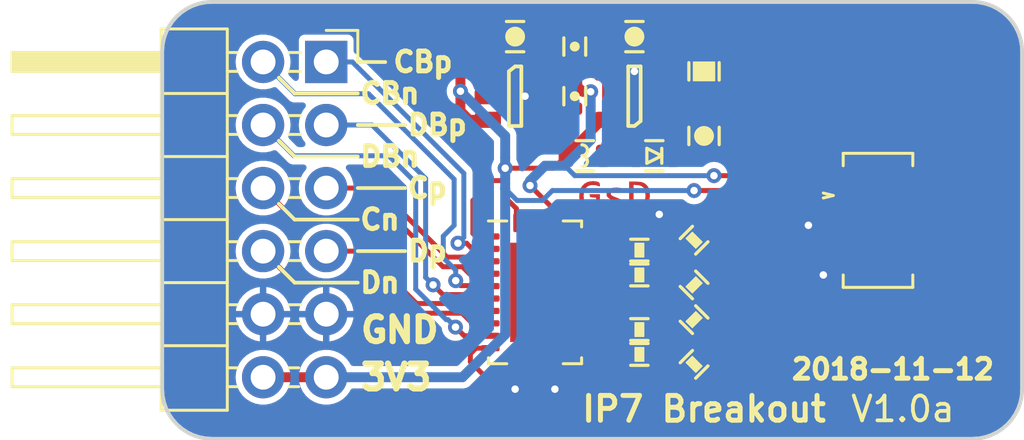
<source format=kicad_pcb>
(kicad_pcb (version 20221018) (generator pcbnew)
  (title_block (title "iCEBreaker PMOD - ipod 7 nano MIPI display") (date "2018-11-04") (rev "V1.0a") (company "GsD") (comment 1 "2018 (C) Greg Davill<greg.davill@gmail.com>") (comment 3 "License: CC-BY-SA 4.0"))
  (layers (0 "F.Cu" signal) (31 "B.Cu" signal) (34 "B.Paste" user) (35 "F.Paste" user) (36 "B.SilkS" user "B.Silkscreen") (37 "F.SilkS" user "F.Silkscreen") (38 "B.Mask" user) (39 "F.Mask" user) (44 "Edge.Cuts" user))
  (net 0 "")
  (net 1 "GND")
  (net 2 "+3V3")
  (net 3 "/DAT_BIAS_P")
  (net 4 "/DAT_BIAS_N")
  (net 5 "/CLK_BIAS_N")
  (net 6 "/CLK_BIAS_P")
  (net 7 "/CLK_N")
  (net 8 "/CLK_P")
  (net 9 "/D0_N")
  (net 10 "/D0_P")
  (net 11 "/LED+")
  (net 12 "Net-(D1-Pad2)")
  (net 13 "+1V8")
  (net 14 "/SYNC")
  (net 15 "Net-(U3-Pad4)")
  (net 16 "/LED-")
  (net 17 "/_DAT_BIAS_P")
  (net 18 "/_DAT_BIAS_N")
  (net 19 "/_CLK_BIAS_N")
  (net 20 "/_CLK_BIAS_P")
  (net 21 "/_D0_N")
  (net 22 "/_D0_P")
  (net 23 "/_CLK_N")
  (net 24 "/_CLK_P")
  (net 25 "/LCD_CLK_P")
  (net 26 "/LCD_CLK_N")
  (net 27 "/LCD_D0_P")
  (net 28 "/LCD_D0_N")
  (footprint "pkl_connectors:PMODHeader_2x06_P2.54mm_Horizontal" (layer "F.Cu") (at 44 38.92 180)
    (fp_text reference "J4")
    (fp_text value "PMOD")
    (pad "1" thru_hole rect (at 0 12.7 180) (size 1.7 1.7) (drill 1) (layers "*.Cu" "*.Mask") (net 20 "/_CLK_BIAS_P"))
    (pad "2" thru_hole oval (at 0 10.16 180) (size 1.7 1.7) (drill 1) (layers "*.Cu" "*.Mask") (net 17 "/_DAT_BIAS_P"))
    (pad "3" thru_hole oval (at 0 7.62 180) (size 1.7 1.7) (drill 1) (layers "*.Cu" "*.Mask") (net 24 "/_CLK_P"))
    (pad "4" thru_hole oval (at 0 5.08 180) (size 1.7 1.7) (drill 1) (layers "*.Cu" "*.Mask") (net 22 "/_D0_P"))
    (pad "5" thru_hole oval (at 0 2.54 180) (size 1.7 1.7) (drill 1) (layers "*.Cu" "*.Mask") (net 1 "GND"))
    (pad "6" thru_hole circle (at 0 0 180) (size 1.7 1.7) (drill 1) (layers "*.Cu" "*.Mask") (net 2 "+3V3"))
    (pad "7" thru_hole circle (at 2.54 12.7 180) (size 1.7 1.7) (drill 1) (layers "*.Cu" "*.Mask") (net 19 "/_CLK_BIAS_N"))
    (pad "8" thru_hole oval (at 2.54 10.16 180) (size 1.7 1.7) (drill 1) (layers "*.Cu" "*.Mask") (net 18 "/_DAT_BIAS_N"))
    (pad "9" thru_hole oval (at 2.54 7.62 180) (size 1.7 1.7) (drill 1) (layers "*.Cu" "*.Mask") (net 23 "/_CLK_N"))
    (pad "10" thru_hole oval (at 2.54 5.08 180) (size 1.7 1.7) (drill 1) (layers "*.Cu" "*.Mask") (net 21 "/_D0_N"))
    (pad "11" thru_hole oval (at 2.54 2.54 180) (size 1.7 1.7) (drill 1) (layers "*.Cu" "*.Mask") (net 1 "GND"))
    (pad "12" thru_hole oval (at 2.54 0 180) (size 1.7 1.7) (drill 1) (layers "*.Cu" "*.Mask") (net 2 "+3V3"))
  )
  (footprint "pkl_dipol:C_0603" (layer "F.Cu") (at 56.4 25.2)
    (fp_text reference "C2")
    (fp_text value "10u")
    (pad "1" smd roundrect (at -0.75 0) (size 0.6 0.9) (layers "F.Cu" "F.Paste" "F.Mask") (net 2 "+3V3"))
    (pad "2" smd roundrect (at 0.75 0) (size 0.6 0.9) (layers "F.Cu" "F.Paste" "F.Mask") (net 1 "GND"))
  )
  (footprint "pkl_dipol:C_0402" (layer "F.Cu") (at 54 25.6 90)
    (fp_text reference "C6")
    (fp_text value "100n")
    (pad "1" smd roundrect (at -0.5 0 90) (size 0.5 0.6) (layers "F.Cu" "F.Paste" "F.Mask") (net 2 "+3V3"))
    (pad "2" smd roundrect (at 0.5 0 90) (size 0.5 0.6) (layers "F.Cu" "F.Paste" "F.Mask") (net 1 "GND"))
  )
  (footprint "pkl_dipol:C_0603" (layer "F.Cu") (at 59.2 29.2 90)
    (fp_text reference "C7")
    (fp_text value "1u")
    (pad "1" smd roundrect (at -0.75 0 90) (size 0.6 0.9) (layers "F.Cu" "F.Paste" "F.Mask") (net 11 "/LED+"))
    (pad "2" smd roundrect (at 0.75 0 90) (size 0.6 0.9) (layers "F.Cu" "F.Paste" "F.Mask") (net 1 "GND"))
  )
  (footprint "pkl_dipol:D_0603" (layer "F.Cu") (at 57.2 30 180)
    (fp_text reference "D1")
    (fp_text value "SS14")
    (pad "1" smd roundrect (at -0.75 0) (size 0.6 0.9) (layers "F.Cu" "F.Paste" "F.Mask") (net 11 "/LED+"))
    (pad "2" smd roundrect (at 0.75 0) (size 0.6 0.9) (layers "F.Cu" "F.Paste" "F.Mask") (net 12 "Net-(D1-Pad2)"))
  )
  (footprint "pkl_dipol:L_0603" (layer "F.Cu") (at 54.4 30 180)
    (fp_text reference "L2")
    (fp_text value "10uH")
    (pad "1" smd roundrect (at -0.75 0 180) (size 0.6 0.9) (layers "F.Cu" "F.Paste" "F.Mask") (net 12 "Net-(D1-Pad2)"))
    (pad "2" smd roundrect (at 0.75 0 180) (size 0.6 0.9) (layers "F.Cu" "F.Paste" "F.Mask") (net 2 "+3V3"))
  )
  (footprint "pkl_dipol:R_0603" (layer "F.Cu") (at 59.2 26.600001 -90)
    (fp_text reference "R26")
    (fp_text value "--")
    (pad "1" smd roundrect (at -0.75 0 270) (size 0.6 0.9) (layers "F.Cu" "F.Paste" "F.Mask") (net 16 "/LED-"))
    (pad "2" smd roundrect (at 0.75 0 270) (size 0.6 0.9) (layers "F.Cu" "F.Paste" "F.Mask") (net 1 "GND"))
  )
  (footprint "pkl_housings_sot:SOT-23-5" (layer "F.Cu") (at 56.4 27.599999)
    (fp_text reference "U5")
    (fp_text value "FAN5333A")
    (pad "1" smd roundrect (at 1.1 0.95 180) (size 1.06 0.65) (layers "F.Cu" "F.Paste" "F.Mask") (net 12 "Net-(D1-Pad2)"))
    (pad "2" smd roundrect (at 1.1 0 180) (size 1.06 0.65) (layers "F.Cu" "F.Paste" "F.Mask") (net 1 "GND"))
    (pad "3" smd roundrect (at 1.1 -0.95 180) (size 1.06 0.65) (layers "F.Cu" "F.Paste" "F.Mask") (net 16 "/LED-"))
    (pad "4" smd roundrect (at -1.1 -0.95 180) (size 1.06 0.65) (layers "F.Cu" "F.Paste" "F.Mask") (net 2 "+3V3"))
    (pad "5" smd roundrect (at -1.1 0.95 180) (size 1.06 0.65) (layers "F.Cu" "F.Paste" "F.Mask") (net 2 "+3V3"))
  )
  (footprint "pkl_housings_sot:SOT-23-5" (layer "F.Cu") (at 51.6 27.6 180)
    (fp_text reference "U3")
    (fp_text value "1V8")
    (pad "1" smd roundrect (at 1.1 0.95) (size 1.06 0.65) (layers "F.Cu" "F.Paste" "F.Mask") (net 2 "+3V3"))
    (pad "2" smd roundrect (at 1.1 0) (size 1.06 0.65) (layers "F.Cu" "F.Paste" "F.Mask") (net 1 "GND"))
    (pad "3" smd roundrect (at 1.1 -0.95) (size 1.06 0.65) (layers "F.Cu" "F.Paste" "F.Mask") (net 2 "+3V3"))
    (pad "4" smd roundrect (at -1.1 -0.95) (size 1.06 0.65) (layers "F.Cu" "F.Paste" "F.Mask") (net 15 "Net-(U3-Pad4)"))
    (pad "5" smd roundrect (at -1.1 0.95) (size 1.06 0.65) (layers "F.Cu" "F.Paste" "F.Mask") (net 13 "+1V8"))
  )
  (footprint "LOGO" (layer "F.Cu") (at 55.6 31.7)
    (fp_text reference "G***" hide)
    (fp_text value "LOGO" hide)
    (fp_poly (pts (xy 0.809625 -0.656049) (xy 0.948894 -0.652824) (xy 1.055352 -0.641742) (xy 1.138164 -0.620435) (xy 1.206496 -0.586535) (xy 1.269512 -0.537672) (xy 1.270237 -0.537018) (xy 1.340037 -0.45732) (xy 1.386054 -0.362298) (xy 1.410458 -0.244688) (xy 1.415419 -0.097228) (xy 1.413931 -0.056017) (xy 1.39408 0.106816) (xy 1.349894 0.237949) (xy 1.279148 0.339287) (xy 1.179619 0.412731) (xy 1.049083 0.460187) (xy 0.885316 0.483556) (xy 0.779803 0.486833) (xy 0.592667 0.486833) (xy 0.592667 0.338667) (xy 0.762 0.338667) (xy 0.884039 0.338667) (xy 0.998972 0.327347) (xy 1.079303 0.299395) (xy 1.160578 0.233792) (xy 1.215228 0.137724) (xy 1.243868 0.009786) (xy 1.248834 -0.087568) (xy 1.23982 -0.236059) (xy 1.21085 -0.349515) (xy 1.159033 -0.431642) (xy 1.081476 -0.486148) (xy 0.975288 -0.516738) (xy 0.908005 -0.524408) (xy 0.762 -0.534855) (xy 0.762 0.338667) (xy 0.592667 0.338667) (xy 0.592667 -0.656167) (xy 0.809625 -0.656049)) (stroke (width 0.01)) (fill solid) (layer "F.Cu"))
    (fp_poly (pts (xy -0.729586 -0.662399) (xy -0.677333 -0.647505) (xy -0.626418 -0.62313) (xy -0.603622 -0.588205) (xy -0.59668 -0.543282) (xy -0.593267 -0.492195) (xy -0.600915 -0.471095) (xy -0.629252 -0.474961) (xy -0.684652 -0.497417) (xy -0.793084 -0.52487) (xy -0.911313 -0.52619) (xy -1.021487 -0.502134) (xy -1.067329 -0.481194) (xy -1.152001 -0.414193) (xy -1.209167 -0.323118) (xy -1.240724 -0.203739) (xy -1.248833 -0.077437) (xy -1.235812 0.076285) (xy -1.196686 0.196724) (xy -1.131367 0.283993) (xy -1.039764 0.338206) (xy -0.921786 0.359477) (xy -0.902158 0.359833) (xy -0.827591 0.358133) (xy -0.78048 0.347764) (xy -0.754524 0.320825) (xy -0.743421 0.269416) (xy -0.740872 0.185636) (xy -0.740833 0.157542) (xy -0.740833 -0.019054) (xy -0.862541 -0.025402) (xy -0.931356 -0.030401) (xy -0.968596 -0.039801) (xy -0.985008 -0.059004) (xy -0.990947 -0.089958) (xy -0.997645 -0.148167) (xy -0.592666 -0.148167) (xy -0.592666 0.440359) (xy -0.661458 0.46483) (xy -0.746414 0.485276) (xy -0.850823 0.496713) (xy -0.957542 0.498477) (xy -1.049423 0.489902) (xy -1.085247 0.481267) (xy -1.208581 0.422253) (xy -1.302342 0.335079) (xy -1.367447 0.218338) (xy -1.404808 0.070623) (xy -1.413852 -0.024121) (xy -1.40885 -0.20249) (xy -1.373738 -0.351868) (xy -1.307754 -0.47377) (xy -1.210142 -0.569709) (xy -1.111404 -0.627564) (xy -0.992941 -0.664104) (xy -0.859141 -0.676016) (xy -0.729586 -0.662399)) (stroke (width 0.01)) (fill solid) (layer "F.Cu"))
    (fp_poly (pts (xy 0.162577 -0.408638) (xy 0.231651 -0.397665) (xy 0.269226 -0.38476) (xy 0.285863 -0.363181) (xy 0.292122 -0.326181) (xy 0.292151 -0.325883) (xy 0.298552 -0.260216) (xy 0.140244 -0.270375) (xy 0.023554 -0.274289) (xy -0.058453 -0.267638) (xy -0.112413 -0.249068) (xy -0.144962 -0.217221) (xy -0.1483 -0.211417) (xy -0.159408 -0.158528) (xy -0.131713 -0.111118) (xy -0.063856 -0.06759) (xy -0.005378 -0.043426) (xy 0.120986 0.004376) (xy 0.212326 0.044812) (xy 0.274186 0.082617) (xy 0.312111 0.122522) (xy 0.331646 0.16926) (xy 0.338334 0.227561) (xy 0.338667 0.250217) (xy 0.332061 0.319458) (xy 0.306108 0.369754) (xy 0.275785 0.401589) (xy 0.193201 0.454029) (xy 0.081845 0.489442) (xy -0.047579 0.506087) (xy -0.184364 0.50222) (xy -0.264583 0.489528) (xy -0.310364 0.472303) (xy -0.330277 0.436937) (xy -0.334784 0.40645) (xy -0.341485 0.336834) (xy -0.228951 0.353625) (xy -0.077646 0.369325) (xy 0.038464 0.366191) (xy 0.11832 0.344321) (xy 0.151534 0.318598) (xy 0.179753 0.277874) (xy 0.1905 0.251655) (xy 0.170586 0.212403) (xy 0.114686 0.169922) (xy 0.028559 0.127998) (xy -0.031142 0.106035) (xy -0.115912 0.072019) (xy -0.195079 0.030549) (xy -0.245396 -0.004577) (xy -0.292577 -0.05312) (xy -0.313312 -0.100997) (xy -0.3175 -0.159315) (xy -0.298442 -0.24985) (xy -0.244324 -0.323152) (xy -0.159727 -0.376842) (xy -0.04923 -0.40854) (xy 0.082583 -0.415868) (xy 0.162577 -0.408638)) (stroke (width 0.01)) (fill solid) (layer "F.Cu"))
  )
  (footprint "pkl_dipol:R_0402" (layer "F.Cu") (at 58.8 36.6 135)
    (fp_text reference "R15")
    (fp_text value "47R")
    (pad "1" smd roundrect (at -0.499999 0 135) (size 0.5 0.6) (layers "F.Cu" "F.Paste" "F.Mask") (net 27 "/LCD_D0_P"))
    (pad "2" smd roundrect (at 0.499999 0 135) (size 0.5 0.6) (layers "F.Cu" "F.Paste" "F.Mask") (net 3 "/DAT_BIAS_P"))
  )
  (footprint "pkl_dipol:R_0402" (layer "F.Cu") (at 56.6 38 180)
    (fp_text reference "R4")
    (fp_text value "220R")
    (pad "1" smd roundrect (at -0.5 0 180) (size 0.5 0.6) (layers "F.Cu" "F.Paste" "F.Mask") (net 28 "/LCD_D0_N"))
    (pad "2" smd roundrect (at 0.5 0 180) (size 0.5 0.6) (layers "F.Cu" "F.Paste" "F.Mask") (net 9 "/D0_N"))
  )
  (footprint "pkl_dipol:R_0402" (layer "F.Cu") (at 58.8 38.4 -135)
    (fp_text reference "R16")
    (fp_text value "47R")
    (pad "1" smd roundrect (at -0.499999 0 225) (size 0.5 0.6) (layers "F.Cu" "F.Paste" "F.Mask") (net 28 "/LCD_D0_N"))
    (pad "2" smd roundrect (at 0.499999 0 225) (size 0.5 0.6) (layers "F.Cu" "F.Paste" "F.Mask") (net 4 "/DAT_BIAS_N"))
  )
  (footprint "pkl_dipol:R_0402" (layer "F.Cu") (at 56.6 37 180)
    (fp_text reference "R3")
    (fp_text value "220R")
    (pad "1" smd roundrect (at -0.5 0 180) (size 0.5 0.6) (layers "F.Cu" "F.Paste" "F.Mask") (net 27 "/LCD_D0_P"))
    (pad "2" smd roundrect (at 0.5 0 180) (size 0.5 0.6) (layers "F.Cu" "F.Paste" "F.Mask") (net 10 "/D0_P"))
  )
  (footprint "pkl_dipol:R_0402" (layer "F.Cu") (at 58.8 35.2 -45)
    (fp_text reference "R12")
    (fp_text value "47R")
    (pad "1" smd roundrect (at -0.499999 0 315) (size 0.5 0.6) (layers "F.Cu" "F.Paste" "F.Mask") (net 26 "/LCD_CLK_N"))
    (pad "2" smd roundrect (at 0.499999 0 315) (size 0.5 0.6) (layers "F.Cu" "F.Paste" "F.Mask") (net 5 "/CLK_BIAS_N"))
  )
  (footprint "pkl_dipol:R_0402" (layer "F.Cu") (at 58.799999 33.4 45)
    (fp_text reference "R11")
    (fp_text value "47R")
    (pad "1" smd roundrect (at -0.499999 0 45) (size 0.5 0.6) (layers "F.Cu" "F.Paste" "F.Mask") (net 25 "/LCD_CLK_P"))
    (pad "2" smd roundrect (at 0.499999 0 45) (size 0.5 0.6) (layers "F.Cu" "F.Paste" "F.Mask") (net 6 "/CLK_BIAS_P"))
  )
  (footprint "pkl_dipol:R_0402" (layer "F.Cu") (at 56.6 33.8 180)
    (fp_text reference "R5")
    (fp_text value "220R")
    (pad "1" smd roundrect (at -0.5 0 180) (size 0.5 0.6) (layers "F.Cu" "F.Paste" "F.Mask") (net 25 "/LCD_CLK_P"))
    (pad "2" smd roundrect (at 0.5 0 180) (size 0.5 0.6) (layers "F.Cu" "F.Paste" "F.Mask") (net 8 "/CLK_P"))
  )
  (footprint "pkl_dipol:R_0402" (layer "F.Cu") (at 56.6 34.8 180)
    (fp_text reference "R6")
    (fp_text value "220R")
    (pad "1" smd roundrect (at -0.5 0 180) (size 0.5 0.6) (layers "F.Cu" "F.Paste" "F.Mask") (net 26 "/LCD_CLK_N"))
    (pad "2" smd roundrect (at 0.5 0 180) (size 0.5 0.6) (layers "F.Cu" "F.Paste" "F.Mask") (net 7 "/CLK_N"))
  )
  (footprint "Molex_SlimStack-502430-1410_2x07_P0.4mm_Vertical" (layer "F.Cu") (at 66.2 32.6 -90)
    (fp_text reference "J1" (at 0 -2.39 270) (layer "F.SilkS") (effects (font (size 0 0))))
    (fp_text value "Molex 503548-1220")
    (pad "1" smd rect (at -1 1.235 270) (size 0.22 0.66) (layers "F.Cu" "F.Paste" "F.Mask") (net 25 "/LCD_CLK_P"))
    (pad "2" smd rect (at -1 -1.235 270) (size 0.22 0.66) (layers "F.Cu" "F.Paste" "F.Mask") (net 13 "+1V8"))
    (pad "3" smd rect (at -0.6 1.235 270) (size 0.22 0.66) (layers "F.Cu" "F.Paste" "F.Mask") (net 26 "/LCD_CLK_N"))
    (pad "4" smd rect (at -0.6 -1.235 270) (size 0.22 0.66) (layers "F.Cu" "F.Paste" "F.Mask") (net 13 "+1V8"))
    (pad "5" smd rect (at -0.2 1.235 270) (size 0.22 0.66) (layers "F.Cu" "F.Paste" "F.Mask") (net 1 "GND"))
    (pad "6" smd rect (at -0.2 -1.235 270) (size 0.22 0.66) (layers "F.Cu" "F.Paste" "F.Mask") (net 14 "/SYNC"))
    (pad "7" smd rect (at 0.2 1.235 270) (size 0.22 0.66) (layers "F.Cu" "F.Paste" "F.Mask") (net 27 "/LCD_D0_P"))
    (pad "8" smd rect (at 0.2 -1.235 270) (size 0.22 0.66) (layers "F.Cu" "F.Paste" "F.Mask") (net 11 "/LED+"))
    (pad "9" smd rect (at 0.6 1.235 270) (size 0.22 0.66) (layers "F.Cu" "F.Paste" "F.Mask") (net 28 "/LCD_D0_N"))
    (pad "10" smd rect (at 0.6 -1.235 270) (size 0.22 0.66) (layers "F.Cu" "F.Paste" "F.Mask") (net 16 "/LED-"))
    (pad "11" smd rect (at 1 1.235 270) (size 0.22 0.66) (layers "F.Cu" "F.Paste" "F.Mask") (net 1 "GND"))
    (pad "12" smd rect (at 1 -1.235 270) (size 0.22 0.66) (layers "F.Cu" "F.Paste" "F.Mask") (net 2 "+3V3"))
    (pad "13" smd rect (at -1.74 -1.195 270) (size 0.5 0.47) (layers "F.Cu" "F.Paste" "F.Mask"))
    (pad "13" smd rect (at -1.74 1.195 270) (size 0.5 0.47) (layers "F.Cu" "F.Paste" "F.Mask"))
    (pad "13" smd rect (at 1.74 -1.195 270) (size 0.5 0.47) (layers "F.Cu" "F.Paste" "F.Mask"))
    (pad "13" smd rect (at 1.74 1.195 270) (size 0.5 0.47) (layers "F.Cu" "F.Paste" "F.Mask"))
  )
  (footprint "pkl_dipol:C_0603" (layer "F.Cu") (at 51.6 25.2)
    (fp_text reference "C1")
    (fp_text value "10u")
    (pad "1" smd roundrect (at -0.75 0) (size 0.6 0.9) (layers "F.Cu" "F.Paste" "F.Mask") (net 2 "+3V3"))
    (pad "2" smd roundrect (at 0.75 0) (size 0.6 0.9) (layers "F.Cu" "F.Paste" "F.Mask") (net 1 "GND"))
  )
  (footprint "pkl_dipol:C_0402" (layer "F.Cu") (at 54 27.6 -90)
    (fp_text reference "C8")
    (fp_text value "100n")
    (pad "1" smd roundrect (at -0.5 0 270) (size 0.5 0.6) (layers "F.Cu" "F.Paste" "F.Mask") (net 13 "+1V8"))
    (pad "2" smd roundrect (at 0.5 0 270) (size 0.5 0.6) (layers "F.Cu" "F.Paste" "F.Mask") (net 1 "GND"))
  )
  (footprint "pkl_housings_dfn_qfn:DHVQFN-24-1EP_5.5x3.5mm_P0.5mm" (layer "F.Cu") (at 52.4 35.5)
    (fp_text reference "U1" (at 0 -4.175) (layer "F.SilkS") (effects (font (size 0 0))))
    (fp_text value "74LVC4245A")
    (pad "1" smd roundrect (at -0.75 -2.8 90) (size 0.75 0.25) (layers "F.Cu" "F.Paste" "F.Mask") (net 2 "+3V3"))
    (pad "2" smd roundrect (at -1.8 -2.25) (size 0.75 0.25) (layers "F.Cu" "F.Paste" "F.Mask") (net 2 "+3V3"))
    (pad "3" smd roundrect (at -1.8 -1.75) (size 0.75 0.25) (layers "F.Cu" "F.Paste" "F.Mask") (net 20 "/_CLK_BIAS_P"))
    (pad "4" smd roundrect (at -1.8 -1.25) (size 0.75 0.25) (layers "F.Cu" "F.Paste" "F.Mask") (net 24 "/_CLK_P"))
    (pad "5" smd roundrect (at -1.8 -0.75) (size 0.75 0.25) (layers "F.Cu" "F.Paste" "F.Mask") (net 23 "/_CLK_N"))
    (pad "6" smd roundrect (at -1.8 -0.25) (size 0.75 0.25) (layers "F.Cu" "F.Paste" "F.Mask") (net 19 "/_CLK_BIAS_N"))
    (pad "7" smd roundrect (at -1.8 0.25) (size 0.75 0.25) (layers "F.Cu" "F.Paste" "F.Mask") (net 17 "/_DAT_BIAS_P"))
    (pad "8" smd roundrect (at -1.8 0.75) (size 0.75 0.25) (layers "F.Cu" "F.Paste" "F.Mask") (net 22 "/_D0_P"))
    (pad "9" smd roundrect (at -1.8 1.25) (size 0.75 0.25) (layers "F.Cu" "F.Paste" "F.Mask") (net 21 "/_D0_N"))
    (pad "10" smd roundrect (at -1.8 1.75) (size 0.75 0.25) (layers "F.Cu" "F.Paste" "F.Mask") (net 18 "/_DAT_BIAS_N"))
    (pad "11" smd roundrect (at -1.8 2.25) (size 0.75 0.25) (layers "F.Cu" "F.Paste" "F.Mask") (net 1 "GND"))
    (pad "12" smd roundrect (at -0.75 2.8 90) (size 0.75 0.25) (layers "F.Cu" "F.Paste" "F.Mask") (net 1 "GND"))
    (pad "13" smd roundrect (at 0.75 2.8 90) (size 0.75 0.25) (layers "F.Cu" "F.Paste" "F.Mask") (net 1 "GND"))
    (pad "14" smd roundrect (at 1.8 2.25) (size 0.75 0.25) (layers "F.Cu" "F.Paste" "F.Mask") (net 4 "/DAT_BIAS_N"))
    (pad "15" smd roundrect (at 1.8 1.75) (size 0.75 0.25) (layers "F.Cu" "F.Paste" "F.Mask") (net 9 "/D0_N"))
    (pad "16" smd roundrect (at 1.8 1.25) (size 0.75 0.25) (layers "F.Cu" "F.Paste" "F.Mask") (net 10 "/D0_P"))
    (pad "17" smd roundrect (at 1.8 0.75) (size 0.75 0.25) (layers "F.Cu" "F.Paste" "F.Mask") (net 3 "/DAT_BIAS_P"))
    (pad "18" smd roundrect (at 1.8 0.25) (size 0.75 0.25) (layers "F.Cu" "F.Paste" "F.Mask") (net 5 "/CLK_BIAS_N"))
    (pad "19" smd roundrect (at 1.8 -0.25) (size 0.75 0.25) (layers "F.Cu" "F.Paste" "F.Mask") (net 7 "/CLK_N"))
    (pad "20" smd roundrect (at 1.8 -0.75) (size 0.75 0.25) (layers "F.Cu" "F.Paste" "F.Mask") (net 8 "/CLK_P"))
    (pad "21" smd roundrect (at 1.8 -1.25) (size 0.75 0.25) (layers "F.Cu" "F.Paste" "F.Mask") (net 6 "/CLK_BIAS_P"))
    (pad "22" smd roundrect (at 1.8 -1.75) (size 0.75 0.25) (layers "F.Cu" "F.Paste" "F.Mask") (net 1 "GND"))
    (pad "23" smd roundrect (at 1.8 -2.25) (size 0.75 0.25) (layers "F.Cu" "F.Paste" "F.Mask") (net 13 "+1V8"))
    (pad "24" smd roundrect (at 0.75 -2.8 90) (size 0.75 0.25) (layers "F.Cu" "F.Paste" "F.Mask") (net 13 "+1V8"))
    (pad "25" smd rect (at 0 0) (size 2 4) (layers "F.Cu" "F.Mask") (net 1 "GND"))
  )
  (gr_line (start 45.27 31.3) (end 47.175 31.3) (stroke (width 0.15)) (layer "F.SilkS"))
  (gr_line (start 42.73 27.49) (end 45.27 27.49) (stroke (width 0.15)) (layer "F.SilkS"))
  (gr_line (start 42.095 29.395) (end 42.73 30.03) (stroke (width 0.15)) (layer "F.SilkS"))
  (gr_line (start 42.095 34.475) (end 42.73 35.11) (stroke (width 0.15)) (layer "F.SilkS"))
  (gr_line (start 42.73 32.57) (end 45.27 32.57) (stroke (width 0.15)) (layer "F.SilkS"))
  (gr_line (start 42.73 30.03) (end 45.27 30.03) (stroke (width 0.15)) (layer "F.SilkS"))
  (gr_line (start 45.27 26.22) (end 46.375 26.225) (stroke (width 0.15)) (layer "F.SilkS"))
  (gr_line (start 42.095 31.935) (end 42.73 32.57) (stroke (width 0.15)) (layer "F.SilkS"))
  (gr_line (start 45.27 33.84) (end 47.175 33.84) (stroke (width 0.15)) (layer "F.SilkS"))
  (gr_line (start 45.27 28.76) (end 47.175 28.76) (stroke (width 0.15)) (layer "F.SilkS"))
  (gr_line (start 42.73 35.11) (end 45.27 35.11) (stroke (width 0.15)) (layer "F.SilkS"))
  (gr_line (start 42.095 26.855) (end 42.73 27.49) (stroke (width 0.15)) (layer "F.SilkS"))
  (gr_line (start 72 25.8) (end 72 39.4) (stroke (width 0.15)) (layer "Edge.Cuts"))
  (gr_arc (start 72 39.4) (mid 71.414214 40.814214) (end 70 41.4) (stroke (width 0.15)) (layer "Edge.Cuts"))
  (gr_line (start 48 41.4) (end 39.4 41.4) (stroke (width 0.15)) (layer "Edge.Cuts"))
  (gr_arc (start 70 23.8) (mid 71.414214 24.385786) (end 72 25.8) (stroke (width 0.15)) (layer "Edge.Cuts"))
  (gr_arc (start 37.4 25.8) (mid 37.985786 24.385786) (end 39.4 23.8) (stroke (width 0.15)) (layer "Edge.Cuts"))
  (gr_arc (start 39.4 41.4) (mid 37.985786 40.814214) (end 37.4 39.4) (stroke (width 0.15)) (layer "Edge.Cuts"))
  (gr_line (start 48 41.4) (end 70 41.4) (stroke (width 0.15)) (layer "Edge.Cuts"))
  (gr_line (start 37.4 39.4) (end 37.4 25.8) (stroke (width 0.15)) (layer "Edge.Cuts"))
  (gr_line (start 39.4 23.8) (end 70 23.8) (stroke (width 0.15)) (layer "Edge.Cuts"))
  (gr_text "V1.0a" (at 67.2 40.2) (layer "F.SilkS") (effects (font (size 1 1))))
  (gr_text "CBp" (at 46.6 26.22) (layer "F.SilkS") (effects (font (size 0.8 0.8) (thickness 0.2)) (justify left)))
  (gr_text "CBn" (at 45.27 27.49) (layer "F.SilkS") (effects (font (size 0.8 0.8) (thickness 0.2)) (justify left)))
  (gr_text "DBp\n" (at 47.175 28.76) (layer "F.SilkS") (effects (font (size 0.8 0.8) (thickness 0.2)) (justify left)))
  (gr_text "DBn" (at 45.27 30.03) (layer "F.SilkS") (effects (font (size 0.8 0.8) (thickness 0.2)) (justify left)))
  (gr_text "Cp" (at 47.175 31.3) (layer "F.SilkS") (effects (font (size 0.8 0.8) (thickness 0.2)) (justify left)))
  (gr_text "Cn" (at 45.27 32.57) (layer "F.SilkS") (effects (font (size 0.8 0.8) (thickness 0.2)) (justify left)))
  (gr_text "3V3" (at 45.27 38.92) (layer "F.SilkS") (effects (font (size 1 1) (thickness 0.25)) (justify left)))
  (gr_text "GND" (at 45.27 37.015) (layer "F.SilkS") (effects (font (size 1 1) (thickness 0.25)) (justify left)))
  (gr_text "Dp" (at 47.175 33.84) (layer "F.SilkS") (effects (font (size 0.8 0.8) (thickness 0.2)) (justify left)))
  (gr_text "Dn" (at 45.27 35.11) (layer "F.SilkS") (effects (font (size 0.8 0.8) (thickness 0.2)) (justify left)))
  (gr_text "2018-11-12" (at 66.8 38.6) (layer "F.SilkS") (effects (font (size 0.8 0.8) (thickness 0.2))))
  (gr_text "IP7 Breakout" (at 59.2 40.2) (layer "F.SilkS") (effects (font (size 1 1) (thickness 0.2))))
  (segment (start 53.3 25.1) (end 53.2 25.2) (width 0.4) (layer "F.Cu") (net 1))
  (segment (start 53.15 36.25) (end 52.4 35.5) (width 0.2) (layer "F.Cu") (net 1))
  (segment (start 54.78413 33.75) (end 55.93413 32.6) (width 0.2) (layer "F.Cu") (net 1))
  (segment (start 51.65 36.25) (end 52.4 35.5) (width 0.2) (layer "F.Cu") (net 1))
  (segment (start 59.2 27.350001) (end 58.65 27.350001) (width 0.4) (layer "F.Cu") (net 1))
  (segment (start 52.35 25.2) (end 53.2 25.2) (width 0.4) (layer "F.Cu") (net 1))
  (segment (start 50.6 37.75) (end 50.025 37.75) (width 0.2) (layer "F.Cu") (net 1))
  (segment (start 54.2 33.75) (end 54.78413 33.75) (width 0.2) (layer "F.Cu") (net 1))
  (segment (start 58.65 27.350001) (end 58.4 27.599999) (width 0.4) (layer "F.Cu") (net 1))
  (segment (start 51.8 27.6) (end 52 27.6) (width 0.4) (layer "F.Cu") (net 1))
  (segment (start 53.018942 27.6) (end 53.518942 28.1) (width 0.4) (layer "F.Cu") (net 1))
  (segment (start 56.4 26.6) (end 56.4 26.2) (width 0.4) (layer "F.Cu") (net 1))
  (segment (start 59.2 28.45) (end 59.2 27.350001) (width 0.4) (layer "F.Cu") (net 1))
  (segment (start 64.965 32.4) (end 63.8 32.4) (width 0.2) (layer "F.Cu") (net 1))
  (segment (start 50.5 27.6) (end 51.8 27.6) (width 0.4) (layer "F.Cu") (net 1))
  (segment (start 51.65 38.3) (end 51.65 38.9) (width 0.2) (layer "F.Cu") (net 1))
  (segment (start 51.65 38.9) (end 51.65 39.35) (width 0.2) (layer "F.Cu") (net 1))
  (segment (start 58.4 27.599999) (end 57.5 27.599999) (width 0.4) (layer "F.Cu") (net 1))
  (segment (start 63.8 32.4) (end 63.4 32.8) (width 0.2) (layer "F.Cu") (net 1))
  (segment (start 57.159999 32.6) (end 57.4 32.359999) (width 0.2) (layer "F.Cu") (net 1))
  (segment (start 57.5 27.599999) (end 56.799999 27.599999) (width 0.4) (layer "F.Cu") (net 1))
  (segment (start 64 34.2) (end 64 34.8) (width 0.2) (layer "F.Cu") (net 1))
  (segment (start 53.15 38.3) (end 53.15 39.35) (width 0.2) (layer "F.Cu") (net 1))
  (segment (start 64.6 33.6) (end 64 34.2) (width 0.2) (layer "F.Cu") (net 1))
  (segment (start 53.15 39.35) (end 53.2 39.4) (width 0.2) (layer "F.Cu") (net 1))
  (segment (start 52 27.6) (end 53.018942 27.6) (width 0.4) (layer "F.Cu") (net 1))
  (segment (start 50.4 38.9) (end 51.65 38.9) (width 0.2) (layer "F.Cu") (net 1))
  (segment (start 53.15 38.3) (end 53.15 36.25) (width 0.2) (layer "F.Cu") (net 1))
  (segment (start 50.025 37.75) (end 49.8 37.975) (width 0.2) (layer "F.Cu") (net 1))
  (segment (start 51.8 25.75) (end 52.35 25.2) (width 0.4) (layer "F.Cu") (net 1))
  (segment (start 57.15 25.45) (end 56.4 26.2) (width 0.4) (layer "F.Cu") (net 1))
  (segment (start 57.15 25.2) (end 57.15 25.45) (width 0.4) (layer "F.Cu") (net 1))
  (segment (start 49.8 37.975) (end 49.8 38.3) (width 0.2) (layer "F.Cu") (net 1))
  (segment (start 56.4 27.2) (end 56.4 26.6) (width 0.4) (layer "F.Cu") (net 1))
  (segment (start 64.965 33.6) (end 64.6 33.6) (width 0.2) (layer "F.Cu") (net 1))
  (segment (start 51.8 27.6) (end 51.8 25.75) (width 0.4) (layer "F.Cu") (net 1))
  (segment (start 49.8 38.3) (end 50.4 38.9) (width 0.2) (layer "F.Cu") (net 1))
  (segment (start 53.518942 28.1) (end 54 28.1) (width 0.4) (layer "F.Cu") (net 1))
  (segment (start 54 25.1) (end 53.3 25.1) (width 0.4) (layer "F.Cu") (net 1))
  (segment (start 55.93413 32.6) (end 57.159999 32.6) (width 0.2) (layer "F.Cu") (net 1))
  (segment (start 51.65 39.35) (end 51.6 39.4) (width 0.2) (layer "F.Cu") (net 1))
  (segment (start 56.799999 27.599999) (end 56.4 27.2) (width 0.4) (layer "F.Cu") (net 1))
  (segment (start 51.65 38.3) (end 51.65 36.25) (width 0.2) (layer "F.Cu") (net 1))
  (via (at 53.2 39.4) (size 0.6) (drill 0.3) (layers "F.Cu" "B.Cu") (net 1))
  (via (at 51.6 39.4) (size 0.6) (drill 0.3) (layers "F.Cu" "B.Cu") (net 1))
  (via (at 63.4 32.8) (size 0.6) (drill 0.3) (layers "F.Cu" "B.Cu") (net 1))
  (via (at 64 34.8) (size 0.6) (drill 0.3) (layers "F.Cu" "B.Cu") (net 1))
  (via (at 52 27.6) (size 0.6) (drill 0.3) (layers "F.Cu" "B.Cu") (net 1))
  (via (at 56.4 26.6) (size 0.6) (drill 0.3) (layers "F.Cu" "B.Cu") (net 1))
  (via (at 57.4 32.359999) (size 0.6) (drill 0.3) (layers "F.Cu" "B.Cu") (net 1))
  (segment (start 50.699988 31.000012) (end 51.199988 31.000012) (width 0.2) (layer "F.Cu") (net 2))
  (segment (start 66.3 33.6) (end 66.905 33.6) (width 0.2) (layer "F.Cu") (net 2))
  (segment (start 49.4 27.4) (end 49.4 26.6) (width 0.4) (layer "F.Cu") (net 2))
  (segment (start 51.65 32.125) (end 51.199988 31.674988) (width 0.2) (layer "F.Cu") (net 2))
  (segment (start 49.4 26.6) (end 49.4 25.6) (width 0.4) (layer "F.Cu") (net 2))
  (segment (start 55.65 25.2) (end 55.65 25.75) (width 0.4) (layer "F.Cu") (net 2))
  (segment (start 60.6 31.4) (end 61.8 30.2) (width 0.2) (layer "F.Cu") (net 2))
  (segment (start 61.8 30.2) (end 65.8 30.2) (width 0.2) (layer "F.Cu") (net 2))
  (segment (start 50.025 33.25) (end 49.9 33.125) (width 0.2) (layer "F.Cu") (net 2))
  (segment (start 49.4 28.2) (end 49.4 27.4) (width 0.4) (layer "F.Cu") (net 2))
  (segment (start 66.905 33.6) (end 67.435 33.6) (width 0.2) (layer "F.Cu") (net 2))
  (segment (start 51.199988 31.000012) (end 51.199988 30.5) (width 0.2) (layer "F.Cu") (net 2))
  (segment (start 49.4 25.6) (end 49.8 25.2) (width 0.4) (layer "F.Cu") (net 2))
  (segment (start 41.46 38.92) (end 44 38.92) (width 0.4) (layer "F.Cu") (net 2))
  (segment (start 49.75 28.55) (end 49.4 28.2) (width 0.4) (layer "F.Cu") (net 2))
  (segment (start 55.3 26.649999) (end 55.3 28.549999) (width 0.4) (layer "F.Cu") (net 2))
  (segment (start 49.45 26.65) (end 49.4 26.6) (width 0.4) (layer "F.Cu") (net 2))
  (segment (start 55.3 26.1) (end 55.3 26.2) (width 0.4) (layer "F.Cu") (net 2))
  (segment (start 49.9 31.8) (end 50.699988 31.000012) (width 0.2) (layer "F.Cu") (net 2))
  (segment (start 55.3 26.649999) (end 54.549999 26.649999) (width 0.4) (layer "F.Cu") (net 2))
  (segment (start 51.65 32.7) (end 51.65 32.125) (width 0.2) (layer "F.Cu") (net 2))
  (segment (start 55.65 25.75) (end 55.3 26.1) (width 0.4) (layer "F.Cu") (net 2))
  (segment (start 50.6 33.25) (end 50.025 33.25) (width 0.2) (layer "F.Cu") (net 2))
  (segment (start 55.100001 28.549999) (end 53.65 30) (width 0.4) (layer "F.Cu") (net 2))
  (segment (start 65.8 30.2) (end 66 30.4) (width 0.2) (layer "F.Cu") (net 2))
  (segment (start 53.65 30) (end 53.15 30.5) (width 0.2) (layer "F.Cu") (net 2))
  (segment (start 51.624252 30.5) (end 51.199988 30.5) (width 0.2) (layer "F.Cu") (net 2))
  (segment (start 49.8 25.2) (end 50.85 25.2) (width 0.4) (layer "F.Cu") (net 2))
  (segment (start 49.9 33.125) (end 49.9 31.8) (width 0.2) (layer "F.Cu") (net 2))
  (segment (start 50.5 28.55) (end 49.75 28.55) (width 0.4) (layer "F.Cu") (net 2))
  (segment (start 54.549999 26.649999) (end 54 26.1) (width 0.4) (layer "F.Cu") (net 2))
  (segment (start 55.3 26.649999) (end 55.3 26.2) (width 0.4) (layer "F.Cu") (net 2))
  (segment (start 66 30.4) (end 66 33.3) (width 0.2) (layer "F.Cu") (net 2))
  (segment (start 58.8 31.4) (end 60.6 31.4) (width 0.2) (layer "F.Cu") (net 2))
  (segment (start 66 33.3) (end 66.3 33.6) (width 0.2) (layer "F.Cu") (net 2))
  (segment (start 55.3 28.549999) (end 55.100001 28.549999) (width 0.4) (layer "F.Cu") (net 2))
  (segment (start 50.5 26.65) (end 49.45 26.65) (width 0.4) (layer "F.Cu") (net 2))
  (segment (start 53.15 30.5) (end 51.624252 30.5) (width 0.2) (layer "F.Cu") (net 2))
  (segment (start 51.199988 31.674988) (end 51.199988 31.000012) (width 0.2) (layer "F.Cu") (net 2))
  (via (at 49.4 27.4) (size 0.6) (drill 0.3) (layers "F.Cu" "B.Cu") (net 2))
  (via (at 51.199988 30.5) (size 0.6) (drill 0.3) (layers "F.Cu" "B.Cu") (net 2))
  (via (at 58.8 31.4) (size 0.6) (drill 0.3) (layers "F.Cu" "B.Cu") (net 2))
  (segment (start 51.199988 30.075736) (end 51.199988 30.5) (width 0.4) (layer "B.Cu") (net 2))
  (segment (start 52.7 31.799999) (end 51.675735 31.799999) (width 0.2) (layer "B.Cu") (net 2))
  (segment (start 58.8 31.4) (end 53.099999 31.4) (width 0.2) (layer "B.Cu") (net 2))
  (segment (start 53.099999 31.4) (end 52.7 31.799999) (width 0.2) (layer "B.Cu") (net 2))
  (segment (start 51.199988 30.924264) (end 51.199988 30.5) (width 0.4) (layer "B.Cu") (net 2))
  (segment (start 51.2 31.324264) (end 51.199988 31.324252) (width 0.4) (layer "B.Cu") (net 2))
  (segment (start 51.675735 31.799999) (end 51.2 31.324264) (width 0.2) (layer "B.Cu") (net 2))
  (segment (start 49.48 38.92) (end 51.2 37.2) (width 0.4) (layer "B.Cu") (net 2))
  (segment (start 44 38.92) (end 49.48 38.92) (width 0.4) (layer "B.Cu") (net 2))
  (segment (start 51.2 37.2) (end 51.2 31.324264) (width 0.4) (layer "B.Cu") (net 2))
  (segment (start 49.4 27.4) (end 51.199988 29.199988) (width 0.4) (layer "B.Cu") (net 2))
  (segment (start 51.199988 31.324252) (end 51.199988 30.924264) (width 0.4) (layer "B.Cu") (net 2))
  (segment (start 51.199988 29.199988) (end 51.199988 30.075736) (width 0.4) (layer "B.Cu") (net 2))
  (segment (start 58.442894 36.25) (end 58.446447 36.246447) (width 0.2) (layer "F.Cu") (net 3))
  (segment (start 54.2 36.25) (end 58.442894 36.25) (width 0.2) (layer "F.Cu") (net 3))
  (segment (start 55.4 38) (end 55.4 38.4) (width 0.2) (layer "F.Cu") (net 4))
  (segment (start 55.753553 38.753553) (end 58.446447 38.753553) (width 0.2) (layer "F.Cu") (net 4))
  (segment (start 55.4 38.4) (end 55.753553 38.753553) (width 0.2) (layer "F.Cu") (net 4))
  (segment (start 55.15 37.75) (end 55.4 38) (width 0.2) (layer "F.Cu") (net 4))
  (segment (start 55.15 37.75) (end 54.2 37.75) (width 0.2) (layer "F.Cu") (net 4))
  (segment (start 58.05 35.75) (end 58.246447 35.553553) (width 0.2) (layer "F.Cu") (net 5))
  (segment (start 58.246447 35.553553) (end 59.153553 35.553553) (width 0.2) (layer "F.Cu") (net 5))
  (segment (start 54.2 35.75) (end 58.05 35.75) (width 0.2) (layer "F.Cu") (net 5))
  (segment (start 54.2 34.25) (end 54.805512 34.25) (width 0.2) (layer "F.Cu") (net 6))
  (segment (start 56.3 33.046447) (end 59.153552 33.046447) (width 0.2) (layer "F.Cu") (net 6))
  (segment (start 54.805512 34.25) (end 56.009065 33.046447) (width 0.2) (layer "F.Cu") (net 6))
  (segment (start 56.009065 33.046447) (end 56.3 33.046447) (width 0.2) (layer "F.Cu") (net 6))
  (segment (start 54.2 35.25) (end 55.201556 35.25) (width 0.2) (layer "F.Cu") (net 7))
  (segment (start 55.201556 35.25) (end 55.651556 34.8) (width 0.2) (layer "F.Cu") (net 7))
  (segment (start 55.651556 34.8) (end 56.1 34.8) (width 0.2) (layer "F.Cu") (net 7))
  (segment (start 54.2 34.75) (end 55.15 34.75) (width 0.2) (layer "F.Cu") (net 8))
  (segment (start 55.15 34.75) (end 56.1 33.8) (width 0.2) (layer "F.Cu") (net 8))
  (segment (start 55.35 37.25) (end 56.1 38) (width 0.2) (layer "F.Cu") (net 9))
  (segment (start 55.35 37.25) (end 54.2 37.25) (width 0.2) (layer "F.Cu") (net 9))
  (segment (start 55.2 36.75) (end 54.2 36.75) (width 0.2) (layer "F.Cu") (net 10))
  (segment (start 55.651557 37) (end 55.401557 36.75) (width 0.2) (layer "F.Cu") (net 10))
  (segment (start 55.401557 36.75) (end 55.2 36.75) (width 0.2) (layer "F.Cu") (net 10))
  (segment (start 56.1 37) (end 55.651557 37) (width 0.2) (layer "F.Cu") (net 10))
  (segment (start 60.45 29.95) (end 60.8 29.6) (width 0.2) (layer "F.Cu") (net 11))
  (segment (start 67.435 32.8) (end 68.9 32.8) (width 0.2) (layer "F.Cu") (net 11))
  (segment (start 68.6 28.2) (end 69.4 29) (width 0.2) (layer "F.Cu") (net 11))
  (segment (start 69.4 29) (end 69.4 32.3) (width 0.2) (layer "F.Cu") (net 11))
  (segment (start 60.8 28.8) (end 61.4 28.2) (width 0.2) (layer "F.Cu") (net 11))
  (segment (start 59.2 29.95) (end 60.45 29.95) (width 0.2) (layer "F.Cu") (net 11))
  (segment (start 57.95 30) (end 58.6 30) (width 0.4) (layer "F.Cu") (net 11))
  (segment (start 58.65 29.95) (end 58.6 30) (width 0.4) (layer "F.Cu") (net 11))
  (segment (start 60.8 29.6) (end 60.8 28.8) (width 0.2) (layer "F.Cu") (net 11))
  (segment (start 59.2 29.95) (end 58.65 29.95) (width 0.4) (layer "F.Cu") (net 11))
  (segment (start 61.4 28.2) (end 68.6 28.2) (width 0.2) (layer "F.Cu") (net 11))
  (segment (start 68.9 32.8) (end 69.4 32.3) (width 0.2) (layer "F.Cu") (net 11))
  (segment (start 56.45 28.95) (end 56.850001 28.549999) (width 0.4) (layer "F.Cu") (net 12))
  (segment (start 56.850001 28.549999) (end 57.5 28.549999) (width 0.4) (layer "F.Cu") (net 12))
  (segment (start 56.45 30) (end 56.45 28.95) (width 0.4) (layer "F.Cu") (net 12))
  (segment (start 55.15 30) (end 56.45 30) (width 0.4) (layer "F.Cu") (net 12))
  (segment (start 54 27.1) (end 53.55 26.65) (width 0.4) (layer "F.Cu") (net 13))
  (segment (start 65.909131 29.8) (end 68.6 29.8) (width 0.2) (layer "F.Cu") (net 13))
  (segment (start 54.2 33.25) (end 54.775 33.25) (width 0.2) (layer "F.Cu") (net 13))
  (segment (start 54.8 32.7) (end 54 32.7) (width 0.2) (layer "F.Cu") (net 13))
  (segment (start 54 32.7) (end 53.45 32.15) (width 0.2) (layer "F.Cu") (net 13))
  (segment (start 67.435 31.6) (end 68.8 31.6) (width 0.2) (layer "F.Cu") (net 13))
  (segment (start 54.31936 27.41936) (end 54.64 27.41936) (width 0.4) (layer "F.Cu") (net 13))
  (segment (start 68.6 29.8) (end 68.8 30) (width 0.2) (layer "F.Cu") (net 13))
  (segment (start 67.435 32) (end 68.6 32) (width 0.2) (layer "F.Cu") (net 13))
  (segment (start 54.775 33.25) (end 54.9 33.125) (width 0.2) (layer "F.Cu") (net 13))
  (segment (start 54.9 33.125) (end 54.9 32.8) (width 0.2) (layer "F.Cu") (net 13))
  (segment (start 54 27.1) (end 54.31936 27.41936) (width 0.4) (layer "F.Cu") (net 13))
  (segment (start 65.909131 29.8) (end 61.6 29.8) (width 0.2) (layer "F.Cu") (net 13))
  (segment (start 53.45 32.15) (end 53.15 32.15) (width 0.2) (layer "F.Cu") (net 13))
  (segment (start 53.15 32.15) (end 52.2 31.2) (width 0.2) (layer "F.Cu") (net 13))
  (segment (start 66.4 29.8) (end 65.909131 29.8) (width 0.2) (layer "F.Cu") (net 13))
  (segment (start 54.9 32.8) (end 54.8 32.7) (width 0.2) (layer "F.Cu") (net 13))
  (segment (start 68.8 30) (end 68.8 31.6) (width 0.2) (layer "F.Cu") (net 13))
  (segment (start 68.6 32) (end 68.8 31.8) (width 0.2) (layer "F.Cu") (net 13))
  (segment (start 61.6 29.8) (end 60.6 30.8) (width 0.2) (layer "F.Cu") (net 13))
  (segment (start 60.6 30.8) (end 59.6 30.8) (width 0.2) (layer "F.Cu") (net 13))
  (segment (start 68.8 31.6) (end 68.8 31.8) (width 0.2) (layer "F.Cu") (net 13))
  (segment (start 53.55 26.65) (end 52.7 26.65) (width 0.4) (layer "F.Cu") (net 13))
  (segment (start 53.15 32.7) (end 53.15 32.15) (width 0.2) (layer "F.Cu") (net 13))
  (via (at 54.64 27.41936) (size 0.6) (drill 0.3) (layers "F.Cu" "B.Cu") (net 13))
  (via (at 52.2 31.2) (size 0.6) (drill 0.3) (layers "F.Cu" "B.Cu") (net 13))
  (via (at 59.6 30.8) (size 0.6) (drill 0.3) (layers "F.Cu" "B.Cu") (net 13))
  (segment (start 54.64 29.36) (end 53.6 30.4) (width 0.4) (layer "B.Cu") (net 13))
  (segment (start 53.6 30.4) (end 52.8 30.4) (width 0.4) (layer "B.Cu") (net 13))
  (segment (start 52.8 30.4) (end 52.2 31) (width 0.4) (layer "B.Cu") (net 13))
  (segment (start 59.6 30.8) (end 54 30.8) (width 0.2) (layer "B.Cu") (net 13))
  (segment (start 54.64 27.41936) (end 54.64 29.36) (width 0.4) (layer "B.Cu") (net 13))
  (segment (start 52.2 31) (end 52.2 31.2) (width 0.4) (layer "B.Cu") (net 13))
  (segment (start 54 30.8) (end 53.6 30.4) (width 0.2) (layer "B.Cu") (net 13))
  (segment (start 60.8 26.2) (end 60.450001 25.850001) (width 0.2) (layer "F.Cu") (net 16))
  (segment (start 58.65 25.850001) (end 58.4 26.100001) (width 0.4) (layer "F.Cu") (net 16))
  (segment (start 68.751556 27.8) (end 61.4 27.8) (width 0.2) (layer "F.Cu") (net 16))
  (segment (start 58.4 26.100001) (end 58.4 26.4) (width 0.4) (layer "F.Cu") (net 16))
  (segment (start 57.5 26.649999) (end 58.150001 26.649999) (width 0.4) (layer "F.Cu") (net 16))
  (segment (start 69.051557 33.2) (end 69.8 32.451557) (width 0.2) (layer "F.Cu") (net 16))
  (segment (start 67.435 33.2) (end 69.051557 33.2) (width 0.2) (layer "F.Cu") (net 16))
  (segment (start 60.8 27.2) (end 60.8 26.2) (width 0.2) (layer "F.Cu") (net 16))
  (segment (start 69.8 32.451557) (end 69.8 28.848444) (width 0.2) (layer "F.Cu") (net 16))
  (segment (start 69.8 28.848444) (end 68.751556 27.8) (width 0.2) (layer "F.Cu") (net 16))
  (segment (start 59.2 25.850001) (end 58.65 25.850001) (width 0.4) (layer "F.Cu") (net 16))
  (segment (start 60.450001 25.850001) (end 59.2 25.850001) (width 0.2) (layer "F.Cu") (net 16))
  (segment (start 61.4 27.8) (end 60.8 27.2) (width 0.2) (layer "F.Cu") (net 16))
  (segment (start 58.150001 26.649999) (end 58.4 26.4) (width 0.4) (layer "F.Cu") (net 16))
  (segment (start 48.689981 35.589977) (end 48.600003 35.499999) (width 0.2) (layer "F.Cu") (net 17))
  (segment (start 44 28.76) (end 44.04 28.8) (width 0.2) (layer "F.Cu") (net 17))
  (segment (start 50.6 35.75) (end 50.025 35.75) (width 0.2) (layer "F.Cu") (net 17))
  (segment (start 49.864977 35.589977) (end 48.689981 35.589977) (width 0.2) (layer "F.Cu") (net 17))
  (segment (start 48.600003 35.499999) (end 48.300004 35.2) (width 0.2) (layer "F.Cu") (net 17))
  (segment (start 50.025 35.75) (end 49.864977 35.589977) (width 0.2) (layer "F.Cu") (net 17))
  (via (at 48.300004 35.2) (size 0.6) (drill 0.3) (layers "F.Cu" "B.Cu") (net 17))
  (segment (start 47.999999 30.917155) (end 47.999999 34.899995) (width 0.2) (layer "B.Cu") (net 17))
  (segment (start 47.999999 34.899995) (end 48.000005 34.900001) (width 0.2) (layer "B.Cu") (net 17))
  (segment (start 45.842844 28.76) (end 47.999999 30.917155) (width 0.2) (layer "B.Cu") (net 17))
  (segment (start 48.000005 34.900001) (end 48.300004 35.2) (width 0.2) (layer "B.Cu") (net 17))
  (segment (start 44 28.76) (end 45.842844 28.76) (width 0.2) (layer "B.Cu") (net 17))
  (segment (start 50.6 37.25) (end 49.55 37.25) (width 0.2) (layer "F.Cu") (net 18))
  (segment (start 49.499999 37.199999) (end 49.2 36.9) (width 0.2) (layer "F.Cu") (net 18))
  (segment (start 49.55 37.25) (end 49.499999 37.199999) (width 0.2) (layer "F.Cu") (net 18))
  (via (at 49.2 36.9) (size 0.6) (drill 0.3) (layers "F.Cu" "B.Cu") (net 18))
  (segment (start 49.2 36.9) (end 48.900001 36.600001) (width 0.2) (layer "B.Cu") (net 18))
  (segment (start 48.900001 36.600001) (end 48.826803 36.600001) (width 0.2) (layer "B.Cu") (net 18))
  (segment (start 47.6 35.373198) (end 47.6 31.082844) (width 0.2) (layer "B.Cu") (net 18))
  (segment (start 42.7 30) (end 46.517156 30) (width 0.2) (layer "B.Cu") (net 18))
  (segment (start 48.826803 36.600001) (end 47.6 35.373198) (width 0.2) (layer "B.Cu") (net 18))
  (segment (start 41.46 28.76) (end 42.7 30) (width 0.2) (layer "B.Cu") (net 18))
  (segment (start 47.6 31.082844) (end 46.517156 30) (width 0.2) (layer "B.Cu") (net 18))
  (segment (start 50.004966 35.229966) (end 49.409308 35.229966) (width 0.2) (layer "F.Cu") (net 19))
  (segment (start 50.6 35.25) (end 50.025 35.25) (width 0.2) (layer "F.Cu") (net 19))
  (segment (start 50.025 35.25) (end 50.004966 35.229966) (width 0.2) (layer "F.Cu") (net 19))
  (segment (start 49.409308 35.229966) (end 49.209309 35.029967) (width 0.2) (layer "F.Cu") (net 19))
  (via (at 49.209309 35.029967) (size 0.6) (drill 0.3) (layers "F.Cu" "B.Cu") (net 19))
  (segment (start 48.709999 34.106393) (end 48.709999 33.236744) (width 0.2) (layer "B.Cu") (net 19))
  (segment (start 49.146743 32.8) (end 49.146743 30.946743) (width 0.2) (layer "B.Cu") (net 19))
  (segment (start 49.209309 34.605703) (end 48.709999 34.106393) (width 0.2) (layer "B.Cu") (net 19))
  (segment (start 48.709999 33.236744) (end 49.146743 32.8) (width 0.2) (layer "B.Cu") (net 19))
  (segment (start 49.209309 35.029967) (end 49.209309 34.605703) (width 0.2) (layer "B.Cu") (net 19))
  (segment (start 42.74 27.5) (end 45.7 27.5) (width 0.2) (layer "B.Cu") (net 19))
  (segment (start 41.46 26.22) (end 42.74 27.5) (width 0.2) (layer "B.Cu") (net 19))
  (segment (start 49.146743 30.946743) (end 45.7 27.5) (width 0.2) (layer "B.Cu") (net 19))
  (segment (start 50.6 33.75) (end 49.874264 33.75) (width 0.2) (layer "F.Cu") (net 20))
  (segment (start 49.874264 33.75) (end 49.644209 33.519945) (width 0.2) (layer "F.Cu") (net 20))
  (segment (start 49.644209 33.519945) (end 49.3 33.519945) (width 0.2) (layer "F.Cu") (net 20))
  (via (at 49.3 33.519945) (size 0.6) (drill 0.3) (layers "F.Cu" "B.Cu") (net 20))
  (segment (start 45.05 26.22) (end 44 26.22) (width 0.2) (layer "B.Cu") (net 20))
  (segment (start 49.536753 30.706753) (end 45.05 26.22) (width 0.2) (layer "B.Cu") (net 20))
  (segment (start 49.536753 33.283192) (end 49.536753 30.706753) (width 0.2) (layer "B.Cu") (net 20))
  (segment (start 49.3 33.519945) (end 49.536753 33.283192) (width 0.2) (layer "B.Cu") (net 20))
  (segment (start 46.217156 35.1) (end 47.457155 36.339999) (width 0.2) (layer "F.Cu") (net 21))
  (segment (start 49.468801 36.339999) (end 49.878802 36.75) (width 0.2) (layer "F.Cu") (net 21))
  (segment (start 47.457155 36.339999) (end 49.468801 36.339999) (width 0.2) (layer "F.Cu") (net 21))
  (segment (start 42.72 35.1) (end 46.217156 35.1) (width 0.2) (layer "F.Cu") (net 21))
  (segment (start 41.46 33.84) (end 42.72 35.1) (width 0.2) (layer "F.Cu") (net 21))
  (segment (start 49.878802 36.75) (end 50.6 36.75) (width 0.2) (layer "F.Cu") (net 21))
  (segment (start 50.025 36.25) (end 50.6 36.25) (width 0.2) (layer "F.Cu") (net 22))
  (segment (start 49.630348 35.949988) (end 49.93036 36.25) (width 0.2) (layer "F.Cu") (net 22))
  (segment (start 45.522844 33.84) (end 47.632832 35.949988) (width 0.2) (layer "F.Cu") (net 22))
  (segment (start 47.632832 35.949988) (end 49.630348 35.949988) (width 0.2) (layer "F.Cu") (net 22))
  (segment (start 49.93036 36.25) (end 50.025 36.25) (width 0.2) (layer "F.Cu") (net 22))
  (segment (start 44 33.84) (end 45.522844 33.84) (width 0.2) (layer "F.Cu") (net 22))
  (segment (start 42.76 32.6) (end 46.828804 32.6) (width 0.2) (layer "F.Cu") (net 23))
  (segment (start 49.47811 34.469966) (end 49.758144 34.75) (width 0.2) (layer "F.Cu") (net 23))
  (segment (start 46.828804 32.6) (end 48.69877 34.469966) (width 0.2) (layer "F.Cu") (net 23))
  (segment (start 49.758144 34.75) (end 50.6 34.75) (width 0.2) (layer "F.Cu") (net 23))
  (segment (start 48.69877 34.469966) (end 49.47811 34.469966) (width 0.2) (layer "F.Cu") (net 23))
  (segment (start 41.46 31.3) (end 42.76 32.6) (width 0.2) (layer "F.Cu") (net 23))
  (segment (start 49.809702 34.25) (end 50.025 34.25) (width 0.2) (layer "F.Cu") (net 24))
  (segment (start 44 31.3) (end 46.080362 31.3) (width 0.2) (layer "F.Cu") (net 24))
  (segment (start 46.080362 31.3) (end 48.860317 34.079955) (width 0.2) (layer "F.Cu") (net 24))
  (segment (start 50.025 34.25) (end 50.6 34.25) (width 0.2) (layer "F.Cu") (net 24))
  (segment (start 49.639657 34.079955) (end 49.809702 34.25) (width 0.2) (layer "F.Cu") (net 24))
  (segment (start 48.860317 34.079955) (end 49.639657 34.079955) (width 0.2) (layer "F.Cu") (net 24))
  (segment (start 58.446446 33.753553) (end 58.095467 34.104533) (width 0.2) (layer "F.Cu") (net 25))
  (segment (start 57.1 33.804533) (end 57.4 34.104533) (width 0.2) (layer "F.Cu") (net 25))
  (segment (start 57.1 33.8) (end 57.1 33.804533) (width 0.2) (layer "F.Cu") (net 25))
  (segment (start 58.095467 34.104533) (end 57.4 34.104533) (width 0.2) (layer "F.Cu") (net 25))
  (segment (start 58.446446 33.753553) (end 58.446446 33.753554) (width 0.2) (layer "F.Cu") (net 25))
  (segment (start 58.792893 34.100001) (end 59.817155 34.100001) (width 0.2) (layer "F.Cu") (net 25))
  (segment (start 58.446446 33.753554) (end 58.792893 34.100001) (width 0.2) (layer "F.Cu") (net 25))
  (segment (start 62.317156 31.6) (end 62.917156 31.6) (width 0.2) (layer "F.Cu") (net 25))
  (segment (start 59.817155 34.100001) (end 62.317156 31.6) (width 0.2) (layer "F.Cu") (net 25))
  (segment (start 64.965 31.6) (end 62.917156 31.6) (width 0.2) (layer "F.Cu") (net 25))
  (segment (start 57.1 34.8) (end 57.405457 34.494543) (width 0.2) (layer "F.Cu") (net 26))
  (segment (start 58.094543 34.494543) (end 58.446447 34.846447) (width 0.2) (layer "F.Cu") (net 26))
  (segment (start 57.405457 34.494543) (end 58.094543 34.494543) (width 0.2) (layer "F.Cu") (net 26))
  (segment (start 62.482844 32) (end 63.082844 32) (width 0.2) (layer "F.Cu") (net 26))
  (segment (start 59.982843 34.500001) (end 62.482844 32) (width 0.2) (layer "F.Cu") (net 26))
  (segment (start 58.792893 34.500001) (end 59.982843 34.500001) (width 0.2) (layer "F.Cu") (net 26))
  (segment (start 64.965 32) (end 63.082844 32) (width 0.2) (layer "F.Cu") (net 26))
  (segment (start 58.446447 34.846447) (end 58.792893 34.500001) (width 0.2) (layer "F.Cu") (net 26))
  (segment (start 57.4 37.3) (end 57.1 37) (width 0.2) (layer "F.Cu") (net 27))
  (segment (start 58.807106 37.3) (end 57.4 37.3) (width 0.2) (layer "F.Cu") (net 27))
  (segment (start 59.153553 36.953553) (end 58.807106 37.3) (width 0.2) (layer "F.Cu") (net 27))
  (segment (start 59.5 37.3) (end 59.817156 37.3) (width 0.2) (layer "F.Cu") (net 27))
  (segment (start 59.153553 36.953553) (end 59.5 37.3) (width 0.2) (layer "F.Cu") (net 27))
  (segment (start 59.817156 37.3) (end 64.317156 32.8) (width 0.2) (layer "F.Cu") (net 27))
  (segment (start 64.317156 32.8) (end 64.965 32.8) (width 0.2) (layer "F.Cu") (net 27))
  (segment (start 57.4 37.7) (end 57.1 38) (width 0.2) (layer "F.Cu") (net 28))
  (segment (start 59.153553 38.046447) (end 59.5 37.7) (width 0.2) (layer "F.Cu") (net 28))
  (segment (start 64.482844 33.2) (end 64.965 33.2) (width 0.2) (layer "F.Cu") (net 28))
  (segment (start 59.982844 37.7) (end 64.482844 33.2) (width 0.2) (layer "F.Cu") (net 28))
  (segment (start 59.5 37.7) (end 59.982844 37.7) (width 0.2) (layer "F.Cu") (net 28))
  (segment (start 59.153553 38.046447) (end 58.807106 37.7) (width 0.2) (layer "F.Cu") (net 28))
  (segment (start 58.807106 37.7) (end 57.4 37.7) (width 0.2) (layer "F.Cu") (net 28))
  (zone (net 1) (net_name "GND") (layer "B.Cu") (connect_pads (clearance 0.25)) (min_thickness 0.25) (fill yes (thermal_gap 0.25) (thermal_bridge_width 0.26))
    (polygon (pts (xy 72 41.4) (xy 37.4 41.4) (xy 37.4 23.8) (xy 72 23.8)))
  )
)
</source>
